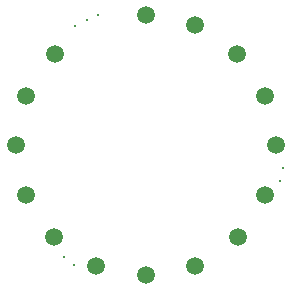
<source format=gbl>
G04*
G04 #@! TF.GenerationSoftware,Altium Limited,Altium Designer,19.1.5 (86)*
G04*
G04 Layer_Physical_Order=2*
G04 Layer_Color=16711680*
%FSAX25Y25*%
%MOIN*%
G70*
G01*
G75*
%ADD12C,0.00984*%
%ADD13C,0.05906*%
D12*
X0125087Y0122598D02*
D03*
X0128736Y0120236D02*
D03*
X0129051Y0199752D02*
D03*
X0132902Y0201760D02*
D03*
X0136728Y0203413D02*
D03*
X0197252Y0148150D02*
D03*
X0198315Y0152520D02*
D03*
D13*
X0122173Y0190315D02*
D03*
X0112685Y0176440D02*
D03*
X0109181Y0159933D02*
D03*
X0112554Y0143386D02*
D03*
X0121780Y0129291D02*
D03*
X0135867Y0119854D02*
D03*
X0152461Y0116693D02*
D03*
X0169067Y0119872D02*
D03*
X0183197Y0129291D02*
D03*
X0192340Y0143416D02*
D03*
X0195768Y0159933D02*
D03*
X0192328Y0176351D02*
D03*
X0182803Y0190315D02*
D03*
X0169021Y0199928D02*
D03*
X0152488Y0203307D02*
D03*
M02*

</source>
